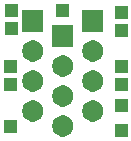
<source format=gbr>
G04 #@! TF.GenerationSoftware,KiCad,Pcbnew,(5.1.5)-3*
G04 #@! TF.CreationDate,2021-09-29T09:40:05-04:00*
G04 #@! TF.ProjectId,Connector,436f6e6e-6563-4746-9f72-2e6b69636164,rev?*
G04 #@! TF.SameCoordinates,Original*
G04 #@! TF.FileFunction,Soldermask,Bot*
G04 #@! TF.FilePolarity,Negative*
%FSLAX46Y46*%
G04 Gerber Fmt 4.6, Leading zero omitted, Abs format (unit mm)*
G04 Created by KiCad (PCBNEW (5.1.5)-3) date 2021-09-29 09:40:05*
%MOMM*%
%LPD*%
G04 APERTURE LIST*
%ADD10C,0.100000*%
G04 APERTURE END LIST*
D10*
G36*
X142664000Y-93642000D02*
G01*
X141562000Y-93642000D01*
X141562000Y-92540000D01*
X142664000Y-92540000D01*
X142664000Y-93642000D01*
G37*
G36*
X137273512Y-91813927D02*
G01*
X137422812Y-91843624D01*
X137586784Y-91911544D01*
X137734354Y-92010147D01*
X137859853Y-92135646D01*
X137958456Y-92283216D01*
X138026376Y-92447188D01*
X138061000Y-92621259D01*
X138061000Y-92798741D01*
X138026376Y-92972812D01*
X137958456Y-93136784D01*
X137859853Y-93284354D01*
X137734354Y-93409853D01*
X137586784Y-93508456D01*
X137422812Y-93576376D01*
X137273512Y-93606073D01*
X137248742Y-93611000D01*
X137071258Y-93611000D01*
X137046488Y-93606073D01*
X136897188Y-93576376D01*
X136733216Y-93508456D01*
X136585646Y-93409853D01*
X136460147Y-93284354D01*
X136361544Y-93136784D01*
X136293624Y-92972812D01*
X136259000Y-92798741D01*
X136259000Y-92621259D01*
X136293624Y-92447188D01*
X136361544Y-92283216D01*
X136460147Y-92135646D01*
X136585646Y-92010147D01*
X136733216Y-91911544D01*
X136897188Y-91843624D01*
X137046488Y-91813927D01*
X137071258Y-91809000D01*
X137248742Y-91809000D01*
X137273512Y-91813927D01*
G37*
G36*
X133266000Y-93261000D02*
G01*
X132164000Y-93261000D01*
X132164000Y-92159000D01*
X133266000Y-92159000D01*
X133266000Y-93261000D01*
G37*
G36*
X139813512Y-90543927D02*
G01*
X139962812Y-90573624D01*
X140126784Y-90641544D01*
X140274354Y-90740147D01*
X140399853Y-90865646D01*
X140498456Y-91013216D01*
X140566376Y-91177188D01*
X140601000Y-91351259D01*
X140601000Y-91528741D01*
X140566376Y-91702812D01*
X140498456Y-91866784D01*
X140399853Y-92014354D01*
X140274354Y-92139853D01*
X140126784Y-92238456D01*
X139962812Y-92306376D01*
X139813512Y-92336073D01*
X139788742Y-92341000D01*
X139611258Y-92341000D01*
X139586488Y-92336073D01*
X139437188Y-92306376D01*
X139273216Y-92238456D01*
X139125646Y-92139853D01*
X139000147Y-92014354D01*
X138901544Y-91866784D01*
X138833624Y-91702812D01*
X138799000Y-91528741D01*
X138799000Y-91351259D01*
X138833624Y-91177188D01*
X138901544Y-91013216D01*
X139000147Y-90865646D01*
X139125646Y-90740147D01*
X139273216Y-90641544D01*
X139437188Y-90573624D01*
X139586488Y-90543927D01*
X139611258Y-90539000D01*
X139788742Y-90539000D01*
X139813512Y-90543927D01*
G37*
G36*
X134733512Y-90543927D02*
G01*
X134882812Y-90573624D01*
X135046784Y-90641544D01*
X135194354Y-90740147D01*
X135319853Y-90865646D01*
X135418456Y-91013216D01*
X135486376Y-91177188D01*
X135521000Y-91351259D01*
X135521000Y-91528741D01*
X135486376Y-91702812D01*
X135418456Y-91866784D01*
X135319853Y-92014354D01*
X135194354Y-92139853D01*
X135046784Y-92238456D01*
X134882812Y-92306376D01*
X134733512Y-92336073D01*
X134708742Y-92341000D01*
X134531258Y-92341000D01*
X134506488Y-92336073D01*
X134357188Y-92306376D01*
X134193216Y-92238456D01*
X134045646Y-92139853D01*
X133920147Y-92014354D01*
X133821544Y-91866784D01*
X133753624Y-91702812D01*
X133719000Y-91528741D01*
X133719000Y-91351259D01*
X133753624Y-91177188D01*
X133821544Y-91013216D01*
X133920147Y-90865646D01*
X134045646Y-90740147D01*
X134193216Y-90641544D01*
X134357188Y-90573624D01*
X134506488Y-90543927D01*
X134531258Y-90539000D01*
X134708742Y-90539000D01*
X134733512Y-90543927D01*
G37*
G36*
X142664000Y-91483000D02*
G01*
X141562000Y-91483000D01*
X141562000Y-90381000D01*
X142664000Y-90381000D01*
X142664000Y-91483000D01*
G37*
G36*
X137273512Y-89273927D02*
G01*
X137422812Y-89303624D01*
X137586784Y-89371544D01*
X137734354Y-89470147D01*
X137859853Y-89595646D01*
X137958456Y-89743216D01*
X138026376Y-89907188D01*
X138061000Y-90081259D01*
X138061000Y-90258741D01*
X138026376Y-90432812D01*
X137958456Y-90596784D01*
X137859853Y-90744354D01*
X137734354Y-90869853D01*
X137586784Y-90968456D01*
X137422812Y-91036376D01*
X137273512Y-91066073D01*
X137248742Y-91071000D01*
X137071258Y-91071000D01*
X137046488Y-91066073D01*
X136897188Y-91036376D01*
X136733216Y-90968456D01*
X136585646Y-90869853D01*
X136460147Y-90744354D01*
X136361544Y-90596784D01*
X136293624Y-90432812D01*
X136259000Y-90258741D01*
X136259000Y-90081259D01*
X136293624Y-89907188D01*
X136361544Y-89743216D01*
X136460147Y-89595646D01*
X136585646Y-89470147D01*
X136733216Y-89371544D01*
X136897188Y-89303624D01*
X137046488Y-89273927D01*
X137071258Y-89269000D01*
X137248742Y-89269000D01*
X137273512Y-89273927D01*
G37*
G36*
X134733512Y-88003927D02*
G01*
X134882812Y-88033624D01*
X135046784Y-88101544D01*
X135194354Y-88200147D01*
X135319853Y-88325646D01*
X135418456Y-88473216D01*
X135486376Y-88637188D01*
X135521000Y-88811259D01*
X135521000Y-88988741D01*
X135486376Y-89162812D01*
X135418456Y-89326784D01*
X135319853Y-89474354D01*
X135194354Y-89599853D01*
X135046784Y-89698456D01*
X134882812Y-89766376D01*
X134733512Y-89796073D01*
X134708742Y-89801000D01*
X134531258Y-89801000D01*
X134506488Y-89796073D01*
X134357188Y-89766376D01*
X134193216Y-89698456D01*
X134045646Y-89599853D01*
X133920147Y-89474354D01*
X133821544Y-89326784D01*
X133753624Y-89162812D01*
X133719000Y-88988741D01*
X133719000Y-88811259D01*
X133753624Y-88637188D01*
X133821544Y-88473216D01*
X133920147Y-88325646D01*
X134045646Y-88200147D01*
X134193216Y-88101544D01*
X134357188Y-88033624D01*
X134506488Y-88003927D01*
X134531258Y-87999000D01*
X134708742Y-87999000D01*
X134733512Y-88003927D01*
G37*
G36*
X139813512Y-88003927D02*
G01*
X139962812Y-88033624D01*
X140126784Y-88101544D01*
X140274354Y-88200147D01*
X140399853Y-88325646D01*
X140498456Y-88473216D01*
X140566376Y-88637188D01*
X140601000Y-88811259D01*
X140601000Y-88988741D01*
X140566376Y-89162812D01*
X140498456Y-89326784D01*
X140399853Y-89474354D01*
X140274354Y-89599853D01*
X140126784Y-89698456D01*
X139962812Y-89766376D01*
X139813512Y-89796073D01*
X139788742Y-89801000D01*
X139611258Y-89801000D01*
X139586488Y-89796073D01*
X139437188Y-89766376D01*
X139273216Y-89698456D01*
X139125646Y-89599853D01*
X139000147Y-89474354D01*
X138901544Y-89326784D01*
X138833624Y-89162812D01*
X138799000Y-88988741D01*
X138799000Y-88811259D01*
X138833624Y-88637188D01*
X138901544Y-88473216D01*
X139000147Y-88325646D01*
X139125646Y-88200147D01*
X139273216Y-88101544D01*
X139437188Y-88033624D01*
X139586488Y-88003927D01*
X139611258Y-87999000D01*
X139788742Y-87999000D01*
X139813512Y-88003927D01*
G37*
G36*
X133266000Y-89705000D02*
G01*
X132164000Y-89705000D01*
X132164000Y-88603000D01*
X133266000Y-88603000D01*
X133266000Y-89705000D01*
G37*
G36*
X142664000Y-89705000D02*
G01*
X141562000Y-89705000D01*
X141562000Y-88603000D01*
X142664000Y-88603000D01*
X142664000Y-89705000D01*
G37*
G36*
X137273512Y-86733927D02*
G01*
X137422812Y-86763624D01*
X137586784Y-86831544D01*
X137734354Y-86930147D01*
X137859853Y-87055646D01*
X137958456Y-87203216D01*
X138026376Y-87367188D01*
X138061000Y-87541259D01*
X138061000Y-87718741D01*
X138026376Y-87892812D01*
X137958456Y-88056784D01*
X137859853Y-88204354D01*
X137734354Y-88329853D01*
X137586784Y-88428456D01*
X137422812Y-88496376D01*
X137273512Y-88526073D01*
X137248742Y-88531000D01*
X137071258Y-88531000D01*
X137046488Y-88526073D01*
X136897188Y-88496376D01*
X136733216Y-88428456D01*
X136585646Y-88329853D01*
X136460147Y-88204354D01*
X136361544Y-88056784D01*
X136293624Y-87892812D01*
X136259000Y-87718741D01*
X136259000Y-87541259D01*
X136293624Y-87367188D01*
X136361544Y-87203216D01*
X136460147Y-87055646D01*
X136585646Y-86930147D01*
X136733216Y-86831544D01*
X136897188Y-86763624D01*
X137046488Y-86733927D01*
X137071258Y-86729000D01*
X137248742Y-86729000D01*
X137273512Y-86733927D01*
G37*
G36*
X142664000Y-88181000D02*
G01*
X141562000Y-88181000D01*
X141562000Y-87079000D01*
X142664000Y-87079000D01*
X142664000Y-88181000D01*
G37*
G36*
X133266000Y-88181000D02*
G01*
X132164000Y-88181000D01*
X132164000Y-87079000D01*
X133266000Y-87079000D01*
X133266000Y-88181000D01*
G37*
G36*
X139813512Y-85463927D02*
G01*
X139962812Y-85493624D01*
X140126784Y-85561544D01*
X140274354Y-85660147D01*
X140399853Y-85785646D01*
X140498456Y-85933216D01*
X140566376Y-86097188D01*
X140601000Y-86271259D01*
X140601000Y-86448741D01*
X140566376Y-86622812D01*
X140498456Y-86786784D01*
X140399853Y-86934354D01*
X140274354Y-87059853D01*
X140126784Y-87158456D01*
X139962812Y-87226376D01*
X139813512Y-87256073D01*
X139788742Y-87261000D01*
X139611258Y-87261000D01*
X139586488Y-87256073D01*
X139437188Y-87226376D01*
X139273216Y-87158456D01*
X139125646Y-87059853D01*
X139000147Y-86934354D01*
X138901544Y-86786784D01*
X138833624Y-86622812D01*
X138799000Y-86448741D01*
X138799000Y-86271259D01*
X138833624Y-86097188D01*
X138901544Y-85933216D01*
X139000147Y-85785646D01*
X139125646Y-85660147D01*
X139273216Y-85561544D01*
X139437188Y-85493624D01*
X139586488Y-85463927D01*
X139611258Y-85459000D01*
X139788742Y-85459000D01*
X139813512Y-85463927D01*
G37*
G36*
X134733512Y-85463927D02*
G01*
X134882812Y-85493624D01*
X135046784Y-85561544D01*
X135194354Y-85660147D01*
X135319853Y-85785646D01*
X135418456Y-85933216D01*
X135486376Y-86097188D01*
X135521000Y-86271259D01*
X135521000Y-86448741D01*
X135486376Y-86622812D01*
X135418456Y-86786784D01*
X135319853Y-86934354D01*
X135194354Y-87059853D01*
X135046784Y-87158456D01*
X134882812Y-87226376D01*
X134733512Y-87256073D01*
X134708742Y-87261000D01*
X134531258Y-87261000D01*
X134506488Y-87256073D01*
X134357188Y-87226376D01*
X134193216Y-87158456D01*
X134045646Y-87059853D01*
X133920147Y-86934354D01*
X133821544Y-86786784D01*
X133753624Y-86622812D01*
X133719000Y-86448741D01*
X133719000Y-86271259D01*
X133753624Y-86097188D01*
X133821544Y-85933216D01*
X133920147Y-85785646D01*
X134045646Y-85660147D01*
X134193216Y-85561544D01*
X134357188Y-85493624D01*
X134506488Y-85463927D01*
X134531258Y-85459000D01*
X134708742Y-85459000D01*
X134733512Y-85463927D01*
G37*
G36*
X138061000Y-85991000D02*
G01*
X136259000Y-85991000D01*
X136259000Y-84189000D01*
X138061000Y-84189000D01*
X138061000Y-85991000D01*
G37*
G36*
X142664000Y-85133000D02*
G01*
X141562000Y-85133000D01*
X141562000Y-84031000D01*
X142664000Y-84031000D01*
X142664000Y-85133000D01*
G37*
G36*
X133393000Y-85006000D02*
G01*
X132291000Y-85006000D01*
X132291000Y-83904000D01*
X133393000Y-83904000D01*
X133393000Y-85006000D01*
G37*
G36*
X135521000Y-84721000D02*
G01*
X133719000Y-84721000D01*
X133719000Y-82919000D01*
X135521000Y-82919000D01*
X135521000Y-84721000D01*
G37*
G36*
X140601000Y-84721000D02*
G01*
X138799000Y-84721000D01*
X138799000Y-82919000D01*
X140601000Y-82919000D01*
X140601000Y-84721000D01*
G37*
G36*
X142664000Y-83609000D02*
G01*
X141562000Y-83609000D01*
X141562000Y-82507000D01*
X142664000Y-82507000D01*
X142664000Y-83609000D01*
G37*
G36*
X137711000Y-83482000D02*
G01*
X136609000Y-83482000D01*
X136609000Y-82380000D01*
X137711000Y-82380000D01*
X137711000Y-83482000D01*
G37*
G36*
X133393000Y-83482000D02*
G01*
X132291000Y-83482000D01*
X132291000Y-82380000D01*
X133393000Y-82380000D01*
X133393000Y-83482000D01*
G37*
M02*

</source>
